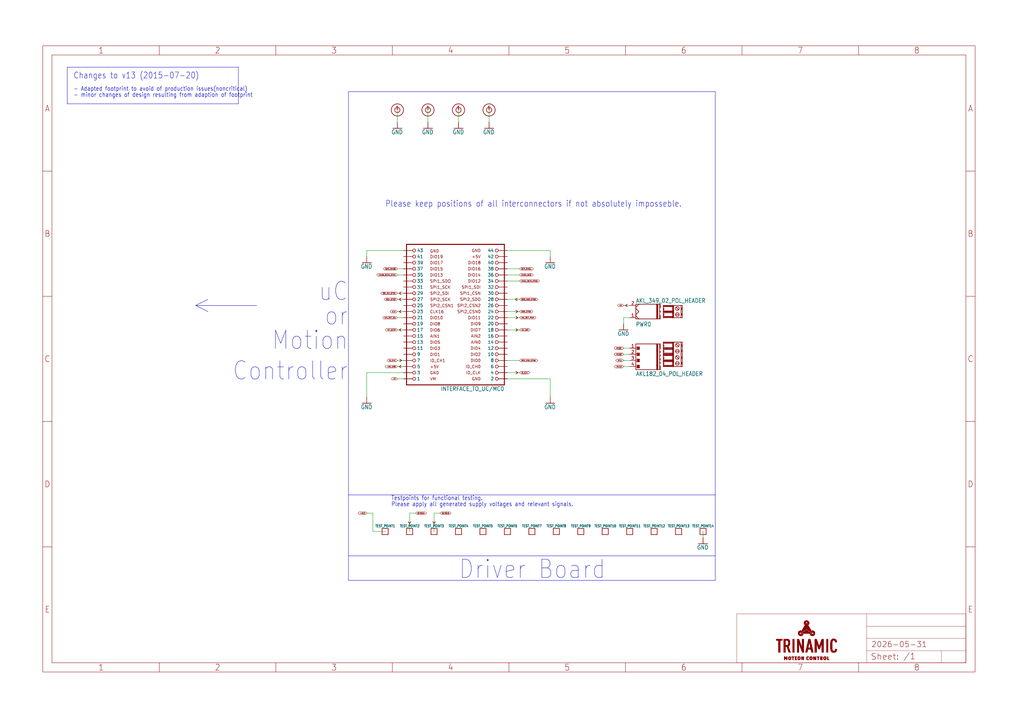
<source format=kicad_sch>
(kicad_sch (version 20230121) (generator eeschema)
  (paper "User" 425.45 298.602)
  (lib_symbols
    (symbol "working-eagle-import:1PIN_1ROW"
      (symbol "1PIN_1ROW_1_0"
        (pin bidirectional line (at 0 0 0) (length 0) (name "P$1") (number "1"))
      )
    )
    (symbol "working-eagle-import:AKL182_04_POL_HEADER"
      (symbol "AKL182_04_POL_HEADER_1_0"
        (pin bidirectional line (at 0 7.62 0) (length 2.54) (name "1") (number "1"))
        (pin bidirectional line (at 0 5.08 0) (length 2.54) (name "2") (number "2"))
        (pin bidirectional line (at 0 2.54 0) (length 2.54) (name "3") (number "3"))
        (pin bidirectional line (at 0 0 0) (length 2.54) (name "4") (number "4"))
      )
    )
    (symbol "working-eagle-import:AKL182_04_POL_TERMINAL")
    (symbol "working-eagle-import:AKL_330_2_POL_TERMINAL")
    (symbol "working-eagle-import:AKL_349_02_POL_HEADER"
      (property "Reference" "CON" (at -5.08 4.318 0))
      (symbol "AKL_349_02_POL_HEADER_1_0"
        (pin bidirectional line (at -7.62 2.54 0) (length 2.54) (name "1") (number "1"))
        (pin bidirectional line (at -7.62 -2.54 0) (length 2.54) (name "2") (number "2"))
      )
    )
    (symbol "working-eagle-import:DIRECTION")
    (symbol "working-eagle-import:FEMALE_HEADER_SMD_2.54_44_PINSHORTPADS_HOLES"
      (property "Reference" "CON" (at -34.29 31.115 0))
      (symbol "FEMALE_HEADER_SMD_2.54_44_PINSHORTPADS_HOLES_1_0"
        (text "+5V" (at -24.536 -22.83 0) (effects (font (size 1.2 1.2)) (justify left)))
        (text "+5V" (at -3.341 22.922 0) (effects (font (size 1.2 1.2)) (justify right)))
        (text "AIN0" (at -24.536 12.73 0) (effects (font (size 1.2 1.2)) (justify left)))
        (text "AIN1" (at -3.341 10.222 0) (effects (font (size 1.2 1.2)) (justify right)))
        (text "AIN2" (at -24.536 10.19 0) (effects (font (size 1.2 1.2)) (justify left)))
        (text "CLK16" (at -3.341 0.062 0) (effects (font (size 1.2 1.2)) (justify right)))
        (text "DIO0" (at -24.536 20.35 0) (effects (font (size 1.2 1.2)) (justify left)))
        (text "DIO1" (at -3.341 17.842 0) (effects (font (size 1.2 1.2)) (justify right)))
        (text "DIO10" (at -3.341 2.602 0) (effects (font (size 1.2 1.2)) (justify right)))
        (text "DIO11" (at -24.536 2.57 0) (effects (font (size 1.2 1.2)) (justify left)))
        (text "DIO12" (at -24.536 -12.67 0) (effects (font (size 1.2 1.2)) (justify left)))
        (text "DIO13" (at -3.341 -15.178 0) (effects (font (size 1.2 1.2)) (justify right)))
        (text "DIO14" (at -24.536 -15.21 0) (effects (font (size 1.2 1.2)) (justify left)))
        (text "DIO15" (at -3.341 -17.718 0) (effects (font (size 1.2 1.2)) (justify right)))
        (text "DIO16" (at -24.536 -17.75 0) (effects (font (size 1.2 1.2)) (justify left)))
        (text "DIO17" (at -3.341 -20.258 0) (effects (font (size 1.2 1.2)) (justify right)))
        (text "DIO18" (at -24.536 -20.29 0) (effects (font (size 1.2 1.2)) (justify left)))
        (text "DIO19" (at -3.341 -22.798 0) (effects (font (size 1.2 1.2)) (justify right)))
        (text "DIO2" (at -24.536 17.81 0) (effects (font (size 1.2 1.2)) (justify left)))
        (text "DIO3" (at -3.341 15.302 0) (effects (font (size 1.2 1.2)) (justify right)))
        (text "DIO4" (at -24.536 15.27 0) (effects (font (size 1.2 1.2)) (justify left)))
        (text "DIO5" (at -3.341 12.762 0) (effects (font (size 1.2 1.2)) (justify right)))
        (text "DIO6" (at -3.341 7.682 0) (effects (font (size 1.2 1.2)) (justify right)))
        (text "DIO7" (at -24.536 7.65 0) (effects (font (size 1.2 1.2)) (justify left)))
        (text "DIO8" (at -3.341 5.142 0) (effects (font (size 1.2 1.2)) (justify right)))
        (text "DIO9" (at -24.536 5.11 0) (effects (font (size 1.2 1.2)) (justify left)))
        (text "GND" (at -24.536 -25.37 0) (effects (font (size 1.2 1.2)) (justify left)))
        (text "GND" (at -24.536 27.97 0) (effects (font (size 1.2 1.2)) (justify left)))
        (text "GND" (at -3.341 -25.168 0) (effects (font (size 1.2 1.2)) (justify right)))
        (text "GND" (at -3.341 25.462 0) (effects (font (size 1.2 1.2)) (justify right)))
        (text "ID_CH0" (at -24.536 22.89 0) (effects (font (size 1.2 1.2)) (justify left)))
        (text "ID_CH1" (at -3.341 20.382 0) (effects (font (size 1.2 1.2)) (justify right)))
        (text "ID_CLK" (at -24.536 25.43 0) (effects (font (size 1.2 1.2)) (justify left)))
        (text "SPI1_CSN" (at -24.536 -7.59 0) (effects (font (size 1.2 1.2)) (justify left)))
        (text "SPI1_SCK" (at -3.341 -10.098 0) (effects (font (size 1.2 1.2)) (justify right)))
        (text "SPI1_SDI" (at -24.536 -10.13 0) (effects (font (size 1.2 1.2)) (justify left)))
        (text "SPI1_SDO" (at -3.341 -12.638 0) (effects (font (size 1.2 1.2)) (justify right)))
        (text "SPI2_CSN0" (at -24.536 0.03 0) (effects (font (size 1.2 1.2)) (justify left)))
        (text "SPI2_CSN1" (at -3.341 -2.478 0) (effects (font (size 1.2 1.2)) (justify right)))
        (text "SPI2_CSN2" (at -24.536 -2.51 0) (effects (font (size 1.2 1.2)) (justify left)))
        (text "SPI2_SCK" (at -3.341 -5.018 0) (effects (font (size 1.2 1.2)) (justify right)))
        (text "SPI2_SDI" (at -3.341 -7.558 0) (effects (font (size 1.2 1.2)) (justify right)))
        (text "SPI2_SDO" (at -24.536 -5.05 0) (effects (font (size 1.2 1.2)) (justify left)))
        (text "VM" (at -3.341 28.002 0) (effects (font (size 1.2 1.2)) (justify right)))
        (pin passive inverted (at 7.62 27.94 180) (length 5.08) (name "1") (number "1"))
        (pin passive inverted (at -35.56 17.78 0) (length 5.08) (name "10") (number "10"))
        (pin passive inverted (at 7.62 15.24 180) (length 5.08) (name "11") (number "11"))
        (pin passive inverted (at -35.56 15.24 0) (length 5.08) (name "12") (number "12"))
        (pin passive inverted (at 7.62 12.7 180) (length 5.08) (name "13") (number "13"))
        (pin passive inverted (at -35.56 12.7 0) (length 5.08) (name "14") (number "14"))
        (pin passive inverted (at 7.62 10.16 180) (length 5.08) (name "15") (number "15"))
        (pin passive inverted (at -35.56 10.16 0) (length 5.08) (name "16") (number "16"))
        (pin passive inverted (at 7.62 7.62 180) (length 5.08) (name "17") (number "17"))
        (pin passive inverted (at -35.56 7.62 0) (length 5.08) (name "18") (number "18"))
        (pin passive inverted (at 7.62 5.08 180) (length 5.08) (name "19") (number "19"))
        (pin passive inverted (at -35.56 27.94 0) (length 5.08) (name "2") (number "2"))
        (pin passive inverted (at -35.56 5.08 0) (length 5.08) (name "20") (number "20"))
        (pin passive inverted (at 7.62 2.54 180) (length 5.08) (name "21") (number "21"))
        (pin passive inverted (at -35.56 2.54 0) (length 5.08) (name "22") (number "22"))
        (pin passive inverted (at 7.62 0 180) (length 5.08) (name "23") (number "23"))
        (pin passive inverted (at -35.56 0 0) (length 5.08) (name "24") (number "24"))
        (pin passive inverted (at 7.62 -2.54 180) (length 5.08) (name "25") (number "25"))
        (pin passive inverted (at -35.56 -2.54 0) (length 5.08) (name "26") (number "26"))
        (pin passive inverted (at 7.62 -5.08 180) (length 5.08) (name "27") (number "27"))
        (pin passive inverted (at -35.56 -5.08 0) (length 5.08) (name "28") (number "28"))
        (pin passive inverted (at 7.62 -7.62 180) (length 5.08) (name "29") (number "29"))
        (pin passive inverted (at 7.62 25.4 180) (length 5.08) (name "3") (number "3"))
        (pin passive inverted (at -35.56 -7.62 0) (length 5.08) (name "30") (number "30"))
        (pin passive inverted (at 7.62 -10.16 180) (length 5.08) (name "31") (number "31"))
        (pin passive inverted (at -35.56 -10.16 0) (length 5.08) (name "32") (number "32"))
        (pin passive inverted (at 7.62 -12.7 180) (length 5.08) (name "33") (number "33"))
        (pin passive inverted (at -35.56 -12.7 0) (length 5.08) (name "34") (number "34"))
        (pin passive inverted (at 7.62 -15.24 180) (length 5.08) (name "35") (number "35"))
        (pin passive inverted (at -35.56 -15.24 0) (length 5.08) (name "36") (number "36"))
        (pin passive inverted (at 7.62 -17.78 180) (length 5.08) (name "37") (number "37"))
        (pin passive inverted (at -35.56 -17.78 0) (length 5.08) (name "38") (number "38"))
        (pin passive inverted (at 7.62 -20.32 180) (length 5.08) (name "39") (number "39"))
        (pin passive inverted (at -35.56 25.4 0) (length 5.08) (name "4") (number "4"))
        (pin passive inverted (at -35.56 -20.32 0) (length 5.08) (name "40") (number "40"))
        (pin passive inverted (at 7.62 -22.86 180) (length 5.08) (name "41") (number "41"))
        (pin passive inverted (at -35.56 -22.86 0) (length 5.08) (name "42") (number "42"))
        (pin passive inverted (at 7.62 -25.4 180) (length 5.08) (name "43") (number "43"))
        (pin passive inverted (at -35.56 -25.4 0) (length 5.08) (name "44") (number "44"))
        (pin passive inverted (at 7.62 22.86 180) (length 5.08) (name "5") (number "5"))
        (pin passive inverted (at -35.56 22.86 0) (length 5.08) (name "6") (number "6"))
        (pin passive inverted (at 7.62 20.32 180) (length 5.08) (name "7") (number "7"))
        (pin passive inverted (at -35.56 20.32 0) (length 5.08) (name "8") (number "8"))
        (pin passive inverted (at 7.62 17.78 180) (length 5.08) (name "9") (number "9"))
      )
    )
    (symbol "working-eagle-import:FRAME_TMC_A3L_LOGO"
      (symbol "FRAME_TMC_A3L_LOGO_1_0"
        (text "${#}/${##}" (at 357.505 5.08 0) (effects (font (size 2.54 2.54)) (justify left bottom)))
        (text "${CURRENT_DATE}" (at 344.17 10.16 0) (effects (font (size 2.286 2.286)) (justify left bottom)))
        (text "${PROJECTNAME}" (at 344.17 15.24 0) (effects (font (size 2.54 2.54)) (justify left bottom)))
        (text "1" (at 24.2094 1.905 0) (effects (font (size 2.54 2.286))))
        (text "1" (at 24.2094 258.445 0) (effects (font (size 2.54 2.286))))
        (text "2" (at 72.6281 1.905 0) (effects (font (size 2.54 2.286))))
        (text "2" (at 72.6281 258.445 0) (effects (font (size 2.54 2.286))))
        (text "3" (at 121.0469 1.905 0) (effects (font (size 2.54 2.286))))
        (text "3" (at 121.0469 258.445 0) (effects (font (size 2.54 2.286))))
        (text "4" (at 169.4656 1.905 0) (effects (font (size 2.54 2.286))))
        (text "4" (at 169.4656 258.445 0) (effects (font (size 2.54 2.286))))
        (text "5" (at 217.8844 1.905 0) (effects (font (size 2.54 2.286))))
        (text "5" (at 217.8844 258.445 0) (effects (font (size 2.54 2.286))))
        (text "6" (at 266.3031 1.905 0) (effects (font (size 2.54 2.286))))
        (text "6" (at 266.3031 258.445 0) (effects (font (size 2.54 2.286))))
        (text "7" (at 314.7219 1.905 0) (effects (font (size 2.54 2.286))))
        (text "7" (at 314.7219 258.445 0) (effects (font (size 2.54 2.286))))
        (text "8" (at 363.1406 1.905 0) (effects (font (size 2.54 2.286))))
        (text "8" (at 363.1406 258.445 0) (effects (font (size 2.54 2.286))))
        (text "A" (at 1.905 234.315 0) (effects (font (size 2.54 2.286))))
        (text "A" (at 385.445 234.315 0) (effects (font (size 2.54 2.286))))
        (text "B" (at 1.905 182.245 0) (effects (font (size 2.54 2.286))))
        (text "B" (at 385.445 182.245 0) (effects (font (size 2.54 2.286))))
        (text "C" (at 1.905 130.175 0) (effects (font (size 2.54 2.286))))
        (text "C" (at 385.445 130.175 0) (effects (font (size 2.54 2.286))))
        (text "D" (at 1.905 78.105 0) (effects (font (size 2.54 2.286))))
        (text "D" (at 385.445 78.105 0) (effects (font (size 2.54 2.286))))
        (text "E" (at 1.905 26.035 0) (effects (font (size 2.54 2.286))))
        (text "E" (at 385.445 26.035 0) (effects (font (size 2.54 2.286))))
        (text "Sheet:" (at 343.916 4.953 0) (effects (font (size 2.54 2.54)) (justify left bottom)))
      )
    )
    (symbol "working-eagle-import:GND" (power)
      (property "Value" "GND" (at -2.54 -2.54 0))
      (symbol "GND_1_0"
        (pin power_in line (at 0 2.54 270) (length 2.54) (name "GND") (number "1"))
      )
    )
    (symbol "working-eagle-import:PAD_ROUND"
      (property "Reference" "PAD_" (at 0 2.286 0))
      (symbol "PAD_ROUND_1_0"
        (pin bidirectional line (at 0 0 0) (length 0) (name "P$1") (number "P$1"))
      )
    )
  )
  (wire (pts (xy 165.1 45.72) (xy 165.1 50.8)) (stroke (width 0.1524)))
  (wire (pts (xy 259.08 134.62) (xy 259.08 132.08)) (stroke (width 0.1524)))
  (wire (pts (xy 259.08 132.08) (xy 261.62 132.08)) (stroke (width 0.1524)))
  (wire (pts (xy 215.9 132.08) (xy 210.82 132.08)) (stroke (width 0.1524)))
  (wire (pts (xy 215.9 137.16) (xy 210.82 137.16)) (stroke (width 0.1524)))
  (wire (pts (xy 170.18 220.98) (xy 170.18 213.36)) (stroke (width 0.1524)))
  (wire (pts (xy 210.82 104.14) (xy 228.6 104.14)) (stroke (width 0.1524)))
  (polyline (pts (xy 81.28 127) (xy 106.68 127)) (stroke (width 0.1524) (type solid)))
  (wire (pts (xy 215.9 124.46) (xy 210.82 124.46)) (stroke (width 0.1524)))
  (wire (pts (xy 203.2 45.72) (xy 203.2 50.8)) (stroke (width 0.1524)))
  (polyline (pts (xy 144.78 205.74) (xy 144.78 231.14)) (stroke (width 0.1524) (type solid)))
  (polyline (pts (xy 144.78 231.14) (xy 297.18 231.14)) (stroke (width 0.1524) (type solid)))
  (wire (pts (xy 215.9 149.86) (xy 210.82 149.86)) (stroke (width 0.1524)))
  (wire (pts (xy 215.9 129.54) (xy 210.82 129.54)) (stroke (width 0.1524)))
  (polyline (pts (xy 81.28 127) (xy 86.36 129.54)) (stroke (width 0.1524) (type solid)))
  (wire (pts (xy 292.1 223.52) (xy 292.1 220.98)) (stroke (width 0.1524)))
  (polyline (pts (xy 86.36 124.46) (xy 81.28 127)) (stroke (width 0.1524) (type solid)))
  (wire (pts (xy 167.64 129.54) (xy 165.1 129.54)) (stroke (width 0.1524)))
  (wire (pts (xy 190.5 45.72) (xy 190.5 50.8)) (stroke (width 0.1524)))
  (wire (pts (xy 261.62 149.86) (xy 259.08 149.86)) (stroke (width 0.1524)))
  (wire (pts (xy 177.8 45.72) (xy 177.8 50.8)) (stroke (width 0.1524)))
  (wire (pts (xy 154.94 220.98) (xy 154.94 213.36)) (stroke (width 0.1524)))
  (polyline (pts (xy 297.18 231.14) (xy 297.18 205.74)) (stroke (width 0.1524) (type solid)))
  (polyline (pts (xy 27.94 27.94) (xy 99.06 27.94)) (stroke (width 0.1524) (type solid)))
  (wire (pts (xy 167.64 111.76) (xy 165.1 111.76)) (stroke (width 0.1524)))
  (wire (pts (xy 167.64 154.94) (xy 152.4 154.94)) (stroke (width 0.1524)))
  (wire (pts (xy 167.64 152.4) (xy 165.1 152.4)) (stroke (width 0.1524)))
  (wire (pts (xy 261.62 152.4) (xy 259.08 152.4)) (stroke (width 0.1524)))
  (wire (pts (xy 167.64 137.16) (xy 165.1 137.16)) (stroke (width 0.1524)))
  (polyline (pts (xy 27.94 43.18) (xy 27.94 27.94)) (stroke (width 0.1524) (type solid)))
  (wire (pts (xy 215.9 114.3) (xy 210.82 114.3)) (stroke (width 0.1524)))
  (wire (pts (xy 261.62 127) (xy 259.08 127)) (stroke (width 0.1524)))
  (polyline (pts (xy 144.78 231.14) (xy 144.78 241.3)) (stroke (width 0.1524) (type solid)))
  (wire (pts (xy 152.4 154.94) (xy 152.4 165.1)) (stroke (width 0.1524)))
  (wire (pts (xy 167.64 121.92) (xy 165.1 121.92)) (stroke (width 0.1524)))
  (wire (pts (xy 160.02 220.98) (xy 154.94 220.98)) (stroke (width 0.1524)))
  (polyline (pts (xy 144.78 38.1) (xy 144.78 205.74)) (stroke (width 0.1524) (type solid)))
  (wire (pts (xy 261.62 144.78) (xy 259.08 144.78)) (stroke (width 0.1524)))
  (polyline (pts (xy 99.06 43.18) (xy 27.94 43.18)) (stroke (width 0.1524) (type solid)))
  (polyline (pts (xy 144.78 205.74) (xy 297.18 205.74)) (stroke (width 0.1524) (type solid)))
  (wire (pts (xy 167.64 114.3) (xy 165.1 114.3)) (stroke (width 0.1524)))
  (wire (pts (xy 228.6 157.48) (xy 228.6 165.1)) (stroke (width 0.1524)))
  (wire (pts (xy 167.64 104.14) (xy 152.4 104.14)) (stroke (width 0.1524)))
  (wire (pts (xy 180.34 220.98) (xy 180.34 213.36)) (stroke (width 0.1524)))
  (polyline (pts (xy 297.18 38.1) (xy 144.78 38.1)) (stroke (width 0.1524) (type solid)))
  (wire (pts (xy 261.62 147.32) (xy 259.08 147.32)) (stroke (width 0.1524)))
  (wire (pts (xy 167.64 149.86) (xy 165.1 149.86)) (stroke (width 0.1524)))
  (polyline (pts (xy 297.18 241.3) (xy 297.18 231.14)) (stroke (width 0.1524) (type solid)))
  (wire (pts (xy 167.64 124.46) (xy 165.1 124.46)) (stroke (width 0.1524)))
  (polyline (pts (xy 297.18 205.74) (xy 297.18 38.1)) (stroke (width 0.1524) (type solid)))
  (wire (pts (xy 167.64 132.08) (xy 165.1 132.08)) (stroke (width 0.1524)))
  (polyline (pts (xy 144.78 241.3) (xy 297.18 241.3)) (stroke (width 0.1524) (type solid)))
  (wire (pts (xy 170.18 213.36) (xy 172.72 213.36)) (stroke (width 0.1524)))
  (polyline (pts (xy 99.06 27.94) (xy 99.06 43.18)) (stroke (width 0.1524) (type solid)))
  (wire (pts (xy 180.34 213.36) (xy 182.88 213.36)) (stroke (width 0.1524)))
  (wire (pts (xy 215.9 154.94) (xy 210.82 154.94)) (stroke (width 0.1524)))
  (wire (pts (xy 228.6 104.14) (xy 228.6 106.68)) (stroke (width 0.1524)))
  (wire (pts (xy 210.82 157.48) (xy 228.6 157.48)) (stroke (width 0.1524)))
  (wire (pts (xy 215.9 111.76) (xy 210.82 111.76)) (stroke (width 0.1524)))
  (wire (pts (xy 167.64 157.48) (xy 165.1 157.48)) (stroke (width 0.1524)))
  (wire (pts (xy 154.94 213.36) (xy 152.4 213.36)) (stroke (width 0.1524)))
  (wire (pts (xy 152.4 104.14) (xy 152.4 106.68)) (stroke (width 0.1524)))
  (wire (pts (xy 215.9 116.84) (xy 210.82 116.84)) (stroke (width 0.1524)))
  (text "- minor changes of design resulting from adaption of footprint" (at 30.48 40.64 0) (effects (font (size 1.778 1.5113)) (justify left bottom)))
  (text "Please keep positions of all interconnectors if not absolutely imposseble." (at 160.02 86.36 0) (effects (font (size 2.54 2.159)) (justify left bottom)))
  (text "Driver Board" (at 190.5 241.3 0) (effects (font (size 7.62 6.477)) (justify left bottom)))
  (text "Testpoints for functional testing." (at 162.56 208.28 0) (effects (font (size 1.778 1.5113)) (justify left bottom)))
  (text "Controller" (at 144.78 149.86 0) (effects (font (size 7.62 6.477)) (justify right top)))
  (text "or" (at 144.78 127 0) (effects (font (size 7.62 6.477)) (justify right top)))
  (text "- Adapted footprint to avoid of production issues(noncritical)" (at 30.48 38.1 0) (effects (font (size 1.778 1.5113)) (justify left bottom)))
  (text "uC" (at 144.78 116.84 0) (effects (font (size 7.62 6.477)) (justify right top)))
  (text "Motion" (at 144.78 137.16 0) (effects (font (size 7.62 6.477)) (justify right top)))
  (text "Changes to v13 (2015-07-20)" (at 30.48 33.02 0) (effects (font (size 2.54 2.159)) (justify left bottom)))
  (text "Please apply all generated supply voltages and relevant signals." (at 162.56 210.82 0) (effects (font (size 1.778 1.5113)) (justify left bottom)))
  (global_label "+3V3" (shape bidirectional) (at 152.4 213.36 180) (effects (font (size 0.5334 0.5334))) (property "Intersheetrefs" "${INTERSHEET_REFS}" (effects hide)))
  (global_label "SDI_NAI_CFG1" (shape bidirectional) (at 165.1 121.92 180) (effects (font (size 0.5334 0.5334))) (property "Intersheetrefs" "${INTERSHEET_REFS}" (effects hide)))
  (global_label "+5V_USB" (shape bidirectional) (at 165.1 152.4 180) (effects (font (size 0.5334 0.5334))) (property "Intersheetrefs" "${INTERSHEET_REFS}" (effects hide)))
  (global_label "ID_CLK" (shape bidirectional) (at 215.9 154.94 0) (effects (font (size 0.5334 0.5334))) (property "Intersheetrefs" "${INTERSHEET_REFS}" (effects hide)))
  (global_label "VM" (shape bidirectional) (at 165.1 157.48 180) (effects (font (size 0.5334 0.5334))) (property "Intersheetrefs" "${INTERSHEET_REFS}" (effects hide)))
  (global_label "VM" (shape bidirectional) (at 259.08 127 180) (effects (font (size 0.5334 0.5334))) (property "Intersheetrefs" "${INTERSHEET_REFS}" (effects hide)))
  (global_label "INT_DIR" (shape bidirectional) (at 215.9 137.16 0) (effects (font (size 0.5334 0.5334))) (property "Intersheetrefs" "${INTERSHEET_REFS}" (effects hide)))
  (global_label "SEP_DIAG1" (shape bidirectional) (at 215.9 111.76 0) (effects (font (size 0.5334 0.5334))) (property "Intersheetrefs" "${INTERSHEET_REFS}" (effects hide)))
  (global_label "ENCN_DCO" (shape bidirectional) (at 215.9 114.3 0) (effects (font (size 0.5334 0.5334))) (property "Intersheetrefs" "${INTERSHEET_REFS}" (effects hide)))
  (global_label "ENCB_DCEN_CFG4" (shape bidirectional) (at 165.1 114.3 180) (effects (font (size 0.5334 0.5334))) (property "Intersheetrefs" "${INTERSHEET_REFS}" (effects hide)))
  (global_label "SENSEA" (shape bidirectional) (at 172.72 213.36 0) (effects (font (size 0.5334 0.5334))) (property "Intersheetrefs" "${INTERSHEET_REFS}" (effects hide)))
  (global_label "AIN_REF_SW" (shape bidirectional) (at 165.1 132.08 180) (effects (font (size 0.5334 0.5334))) (property "Intersheetrefs" "${INTERSHEET_REFS}" (effects hide)))
  (global_label "DRV_ENN_CFG6" (shape bidirectional) (at 215.9 149.86 0) (effects (font (size 0.5334 0.5334))) (property "Intersheetrefs" "${INTERSHEET_REFS}" (effects hide)))
  (global_label "M1A" (shape bidirectional) (at 259.08 149.86 180) (effects (font (size 0.569 0.569))) (property "Intersheetrefs" "${INTERSHEET_REFS}" (effects hide)))
  (global_label "SCK_CFG2" (shape bidirectional) (at 165.1 124.46 180) (effects (font (size 0.5334 0.5334))) (property "Intersheetrefs" "${INTERSHEET_REFS}" (effects hide)))
  (global_label "M1B1" (shape bidirectional) (at 259.08 144.78 180) (effects (font (size 0.569 0.569))) (property "Intersheetrefs" "${INTERSHEET_REFS}" (effects hide)))
  (global_label "ENCA_DCIN_CFG5" (shape bidirectional) (at 215.9 116.84 0) (effects (font (size 0.5334 0.5334))) (property "Intersheetrefs" "${INTERSHEET_REFS}" (effects hide)))
  (global_label "SWN_DIAG0" (shape bidirectional) (at 165.1 111.76 180) (effects (font (size 0.5334 0.5334))) (property "Intersheetrefs" "${INTERSHEET_REFS}" (effects hide)))
  (global_label "INT_STEP" (shape bidirectional) (at 165.1 137.16 180) (effects (font (size 0.5334 0.5334))) (property "Intersheetrefs" "${INTERSHEET_REFS}" (effects hide)))
  (global_label "CSN_CFG3" (shape bidirectional) (at 215.9 129.54 0) (effects (font (size 0.5334 0.5334))) (property "Intersheetrefs" "${INTERSHEET_REFS}" (effects hide)))
  (global_label "AIN_REF_PWM" (shape bidirectional) (at 215.9 132.08 0) (effects (font (size 0.5334 0.5334))) (property "Intersheetrefs" "${INTERSHEET_REFS}" (effects hide)))
  (global_label "SENSEB" (shape bidirectional) (at 182.88 213.36 0) (effects (font (size 0.5334 0.5334))) (property "Intersheetrefs" "${INTERSHEET_REFS}" (effects hide)))
  (global_label "M1A2" (shape bidirectional) (at 259.08 152.4 180) (effects (font (size 0.569 0.569))) (property "Intersheetrefs" "${INTERSHEET_REFS}" (effects hide)))
  (global_label "SDO_NAO_CFG0" (shape bidirectional) (at 215.9 124.46 0) (effects (font (size 0.5334 0.5334))) (property "Intersheetrefs" "${INTERSHEET_REFS}" (effects hide)))
  (global_label "CLK" (shape bidirectional) (at 165.1 129.54 180) (effects (font (size 0.5334 0.5334))) (property "Intersheetrefs" "${INTERSHEET_REFS}" (effects hide)))
  (global_label "ID_CH1" (shape bidirectional) (at 165.1 149.86 180) (effects (font (size 0.5334 0.5334))) (property "Intersheetrefs" "${INTERSHEET_REFS}" (effects hide)))
  (global_label "M1B2" (shape bidirectional) (at 259.08 147.32 180) (effects (font (size 0.569 0.569))) (property "Intersheetrefs" "${INTERSHEET_REFS}" (effects hide)))
  (symbol (lib_id "working-eagle-import:PAD_ROUND") (at 292.1 220.98 0) (unit 1)
    (property "Reference" "TEST_POINT14" (at 292.1 218.694 0) (effects (font (size 1.016 0.8636))))
    (property "Value" "PAD_ROUND" (effects hide))
    (property "Footprint" "working:PAD_R1.2" (effects hide))
  )
  (symbol (lib_id "working-eagle-import:DIRECTION") (at 167.64 152.4 180) (unit 1)
    (property "Reference" "#S10" (effects hide))
    (property "Value" "DIRECTION" (effects hide))
  )
  (symbol (lib_id "working-eagle-import:DIRECTION") (at 215.9 124.46 180) (unit 1)
    (property "Reference" "#S4" (effects hide))
    (property "Value" "DIRECTION" (effects hide))
  )
  (symbol (lib_id "working-eagle-import:GND") (at 203.2 53.34 0) (unit 1)
    (property "Reference" "#GND9" (effects hide))
    (property "Value" "GND" (at 200.66 55.88 0) (effects (font (size 1.778 1.5113)) (justify left bottom)))
  )
  (symbol (lib_id "working-eagle-import:1PIN_1ROW") (at 165.1 45.72 0) (unit 1)
    (property "Reference" "PROBE_GND0" (effects hide))
    (property "Value" "1PIN_1ROW" (effects hide))
    (property "Footprint" "working:1PIN_1ROW_THT" (effects hide))
  )
  (symbol (lib_id "working-eagle-import:GND") (at 152.4 109.22 0) (unit 1)
    (property "Reference" "#GND19" (effects hide))
    (property "Value" "GND" (at 149.86 111.76 0) (effects (font (size 1.778 1.5113)) (justify left bottom)))
  )
  (symbol (lib_id "working-eagle-import:PAD_ROUND") (at 261.62 220.98 0) (unit 1)
    (property "Reference" "TEST_POINT11" (at 261.62 218.694 0) (effects (font (size 1.016 0.8636))))
    (property "Value" "PAD_ROUND" (effects hide))
    (property "Footprint" "working:PAD_R1.2" (effects hide))
  )
  (symbol (lib_id "working-eagle-import:DIRECTION") (at 180.34 215.9 270) (unit 1)
    (property "Reference" "#S21" (effects hide))
    (property "Value" "DIRECTION" (effects hide))
  )
  (symbol (lib_id "working-eagle-import:1PIN_1ROW") (at 177.8 45.72 0) (unit 1)
    (property "Reference" "PROBE_GND1" (effects hide))
    (property "Value" "1PIN_1ROW" (effects hide))
    (property "Footprint" "working:1PIN_1ROW_THT" (effects hide))
  )
  (symbol (lib_id "working-eagle-import:GND") (at 165.1 53.34 0) (unit 1)
    (property "Reference" "#GND5" (effects hide))
    (property "Value" "GND" (at 162.56 55.88 0) (effects (font (size 1.778 1.5113)) (justify left bottom)))
  )
  (symbol (lib_id "working-eagle-import:1PIN_1ROW") (at 190.5 45.72 0) (unit 1)
    (property "Reference" "PROBE_GND2" (effects hide))
    (property "Value" "1PIN_1ROW" (effects hide))
    (property "Footprint" "working:1PIN_1ROW_THT" (effects hide))
  )
  (symbol (lib_id "working-eagle-import:PAD_ROUND") (at 210.82 220.98 0) (unit 1)
    (property "Reference" "TEST_POINT6" (at 210.82 218.694 0) (effects (font (size 1.016 0.8636))))
    (property "Value" "PAD_ROUND" (effects hide))
    (property "Footprint" "working:PAD_R1.2" (effects hide))
  )
  (symbol (lib_id "working-eagle-import:PAD_ROUND") (at 220.98 220.98 0) (unit 1)
    (property "Reference" "TEST_POINT7" (at 220.98 218.694 0) (effects (font (size 1.016 0.8636))))
    (property "Value" "PAD_ROUND" (effects hide))
    (property "Footprint" "working:PAD_R1.2" (effects hide))
  )
  (symbol (lib_id "working-eagle-import:AKL182_04_POL_HEADER") (at 261.62 152.4 0) (unit 1)
    (property "Reference" "MOTOR1" (effects hide))
    (property "Value" "AKL182_04_POL_HEADER" (at 264.16 154.432 0) (effects (font (size 1.778 1.5113)) (justify left top)))
    (property "Footprint" "working:AKL169_04_POL" (effects hide))
  )
  (symbol (lib_id "working-eagle-import:DIRECTION") (at 167.64 121.92 180) (unit 1)
    (property "Reference" "#S16" (effects hide))
    (property "Value" "DIRECTION" (effects hide))
  )
  (symbol (lib_id "working-eagle-import:GND") (at 292.1 226.06 0) (unit 1)
    (property "Reference" "#GND10" (effects hide))
    (property "Value" "GND" (at 289.56 228.6 0) (effects (font (size 1.778 1.5113)) (justify left bottom)))
  )
  (symbol (lib_id "working-eagle-import:PAD_ROUND") (at 200.66 220.98 0) (unit 1)
    (property "Reference" "TEST_POINT5" (at 200.66 218.694 0) (effects (font (size 1.016 0.8636))))
    (property "Value" "PAD_ROUND" (effects hide))
    (property "Footprint" "working:PAD_R1.2" (effects hide))
  )
  (symbol (lib_id "working-eagle-import:PAD_ROUND") (at 271.78 220.98 0) (unit 1)
    (property "Reference" "TEST_POINT12" (at 271.78 218.694 0) (effects (font (size 1.016 0.8636))))
    (property "Value" "PAD_ROUND" (effects hide))
    (property "Footprint" "working:PAD_R1.2" (effects hide))
  )
  (symbol (lib_id "working-eagle-import:GND") (at 152.4 167.64 0) (unit 1)
    (property "Reference" "#GND21" (effects hide))
    (property "Value" "GND" (at 149.86 170.18 0) (effects (font (size 1.778 1.5113)) (justify left bottom)))
  )
  (symbol (lib_id "working-eagle-import:GND") (at 190.5 53.34 0) (unit 1)
    (property "Reference" "#GND8" (effects hide))
    (property "Value" "GND" (at 187.96 55.88 0) (effects (font (size 1.778 1.5113)) (justify left bottom)))
  )
  (symbol (lib_id "working-eagle-import:AKL_330_2_POL_TERMINAL") (at 279.4 129.54 0) (unit 1)
    (property "Reference" "TERM1" (effects hide))
    (property "Value" "AKL_330_2_POL_TERMINAL" (effects hide))
    (property "Footprint" "working:EXTRA_TERMINAL" (effects hide))
  )
  (symbol (lib_id "working-eagle-import:DIRECTION") (at 167.64 129.54 180) (unit 1)
    (property "Reference" "#S13" (effects hide))
    (property "Value" "DIRECTION" (effects hide))
  )
  (symbol (lib_id "working-eagle-import:PAD_ROUND") (at 251.46 220.98 0) (unit 1)
    (property "Reference" "TEST_POINT10" (at 251.46 218.694 0) (effects (font (size 1.016 0.8636))))
    (property "Value" "PAD_ROUND" (effects hide))
    (property "Footprint" "working:PAD_R1.2" (effects hide))
  )
  (symbol (lib_id "working-eagle-import:DIRECTION") (at 170.18 215.9 270) (unit 1)
    (property "Reference" "#S20" (effects hide))
    (property "Value" "DIRECTION" (effects hide))
  )
  (symbol (lib_id "working-eagle-import:FRAME_TMC_A3L_LOGO") (at 322.58 274.32 0) (unit 2)
    (property "Reference" "#U$2" (effects hide))
    (property "Value" "FRAME_TMC_A3L_LOGO" (effects hide))
  )
  (symbol (lib_id "working-eagle-import:AKL182_04_POL_TERMINAL") (at 279.4 147.32 0) (unit 1)
    (property "Reference" "TERM2" (effects hide))
    (property "Value" "AKL182_04_POL_TERMINAL" (effects hide))
    (property "Footprint" "working:EXTRA_TERMINAL" (effects hide))
  )
  (symbol (lib_id "working-eagle-import:GND") (at 228.6 109.22 0) (unit 1)
    (property "Reference" "#GND18" (effects hide))
    (property "Value" "GND" (at 226.06 111.76 0) (effects (font (size 1.778 1.5113)) (justify left bottom)))
  )
  (symbol (lib_id "working-eagle-import:PAD_ROUND") (at 180.34 220.98 0) (unit 1)
    (property "Reference" "TEST_POINT3" (at 180.34 218.694 0) (effects (font (size 1.016 0.8636))))
    (property "Value" "PAD_ROUND" (effects hide))
    (property "Footprint" "working:PAD_R1.2" (effects hide))
  )
  (symbol (lib_id "working-eagle-import:AKL_349_02_POL_HEADER") (at 269.24 129.54 0) (mirror x) (unit 1)
    (property "Reference" "PWR0" (at 264.16 133.858 0) (effects (font (size 1.778 1.5113)) (justify left bottom)))
    (property "Value" "AKL_349_02_POL_HEADER" (at 264.16 125.984 0) (effects (font (size 1.778 1.5113)) (justify left top)))
    (property "Footprint" "working:AKL349_02_POL" (effects hide))
  )
  (symbol (lib_id "working-eagle-import:GND") (at 177.8 53.34 0) (unit 1)
    (property "Reference" "#GND7" (effects hide))
    (property "Value" "GND" (at 175.26 55.88 0) (effects (font (size 1.778 1.5113)) (justify left bottom)))
  )
  (symbol (lib_id "working-eagle-import:DIRECTION") (at 213.36 132.08 0) (unit 1)
    (property "Reference" "#S5" (effects hide))
    (property "Value" "DIRECTION" (effects hide))
  )
  (symbol (lib_id "working-eagle-import:PAD_ROUND") (at 170.18 220.98 0) (unit 1)
    (property "Reference" "TEST_POINT2" (at 170.18 218.694 0) (effects (font (size 1.016 0.8636))))
    (property "Value" "PAD_ROUND" (effects hide))
    (property "Footprint" "working:PAD_R1.2" (effects hide))
  )
  (symbol (lib_id "working-eagle-import:FRAME_TMC_A3L_LOGO") (at 17.78 279.4 0) (unit 1)
    (property "Reference" "#U$2" (effects hide))
    (property "Value" "FRAME_TMC_A3L_LOGO" (effects hide))
  )
  (symbol (lib_id "working-eagle-import:DIRECTION") (at 165.1 149.86 0) (unit 1)
    (property "Reference" "#S9" (effects hide))
    (property "Value" "DIRECTION" (effects hide))
  )
  (symbol (lib_id "working-eagle-import:PAD_ROUND") (at 281.94 220.98 0) (unit 1)
    (property "Reference" "TEST_POINT13" (at 281.94 218.694 0) (effects (font (size 1.016 0.8636))))
    (property "Value" "PAD_ROUND" (effects hide))
    (property "Footprint" "working:PAD_R1.2" (effects hide))
  )
  (symbol (lib_id "working-eagle-import:GND") (at 259.08 137.16 0) (unit 1)
    (property "Reference" "#GND13" (effects hide))
    (property "Value" "GND" (at 256.54 139.7 0) (effects (font (size 1.778 1.5113)) (justify left bottom)))
  )
  (symbol (lib_id "working-eagle-import:DIRECTION") (at 167.64 137.16 180) (unit 1)
    (property "Reference" "#S11" (effects hide))
    (property "Value" "DIRECTION" (effects hide))
  )
  (symbol (lib_id "working-eagle-import:PAD_ROUND") (at 231.14 220.98 0) (unit 1)
    (property "Reference" "TEST_POINT8" (at 231.14 218.694 0) (effects (font (size 1.016 0.8636))))
    (property "Value" "PAD_ROUND" (effects hide))
    (property "Footprint" "working:PAD_R1.2" (effects hide))
  )
  (symbol (lib_id "working-eagle-import:DIRECTION") (at 261.62 127 180) (unit 1)
    (property "Reference" "#S19" (effects hide))
    (property "Value" "DIRECTION" (effects hide))
  )
  (symbol (lib_id "working-eagle-import:DIRECTION") (at 213.36 154.94 0) (unit 1)
    (property "Reference" "#S8" (effects hide))
    (property "Value" "DIRECTION" (effects hide))
  )
  (symbol (lib_id "working-eagle-import:GND") (at 228.6 167.64 0) (unit 1)
    (property "Reference" "#GND20" (effects hide))
    (property "Value" "GND" (at 226.06 170.18 0) (effects (font (size 1.778 1.5113)) (justify left bottom)))
  )
  (symbol (lib_id "working-eagle-import:DIRECTION") (at 167.64 124.46 180) (unit 1)
    (property "Reference" "#S15" (effects hide))
    (property "Value" "DIRECTION" (effects hide))
  )
  (symbol (lib_id "working-eagle-import:FEMALE_HEADER_SMD_2.54_44_PINSHORTPADS_HOLES") (at 175.26 129.54 180) (unit 1)
    (property "Reference" "INTERFACE_TO_UC/MC0" (at 209.55 160.655 0) (effects (font (size 1.778 1.5113)) (justify left bottom)))
    (property "Value" "FEMALE_HEADER_SMD_2.54_44_PINSHORTPADS_HOLES" (effects hide))
    (property "Footprint" "working:FEMALE_HEADER_SMD_254_44_PIN_SHORTPADS_HOLES" (effects hide))
    (property "2_PARTNUMBER" "HLE-122-02-F-DV-A" (effects hide))
  )
  (symbol (lib_id "working-eagle-import:DIRECTION") (at 213.36 137.16 0) (unit 1)
    (property "Reference" "#S12" (effects hide))
    (property "Value" "DIRECTION" (effects hide))
  )
  (symbol (lib_id "working-eagle-import:PAD_ROUND") (at 241.3 220.98 0) (unit 1)
    (property "Reference" "TEST_POINT9" (at 241.3 218.694 0) (effects (font (size 1.016 0.8636))))
    (property "Value" "PAD_ROUND" (effects hide))
    (property "Footprint" "working:PAD_R1.2" (effects hide))
  )
  (symbol (lib_id "working-eagle-import:DIRECTION") (at 213.36 129.54 0) (unit 1)
    (property "Reference" "#S6" (effects hide))
    (property "Value" "DIRECTION" (effects hide))
  )
  (symbol (lib_id "working-eagle-import:PAD_ROUND") (at 160.02 220.98 0) (unit 1)
    (property "Reference" "TEST_POINT1" (at 160.02 218.694 0) (effects (font (size 1.016 0.8636))))
    (property "Value" "PAD_ROUND" (effects hide))
    (property "Footprint" "working:PAD_R1.2" (effects hide))
  )
  (symbol (lib_id "working-eagle-import:1PIN_1ROW") (at 203.2 45.72 0) (unit 1)
    (property "Reference" "PROBE_GND3" (effects hide))
    (property "Value" "1PIN_1ROW" (effects hide))
    (property "Footprint" "working:1PIN_1ROW_THT" (effects hide))
  )
  (symbol (lib_id "working-eagle-import:PAD_ROUND") (at 190.5 220.98 0) (unit 1)
    (property "Reference" "TEST_POINT4" (at 190.5 218.694 0) (effects (font (size 1.016 0.8636))))
    (property "Value" "PAD_ROUND" (effects hide))
    (property "Footprint" "working:PAD_R1.2" (effects hide))
  )
)
</source>
